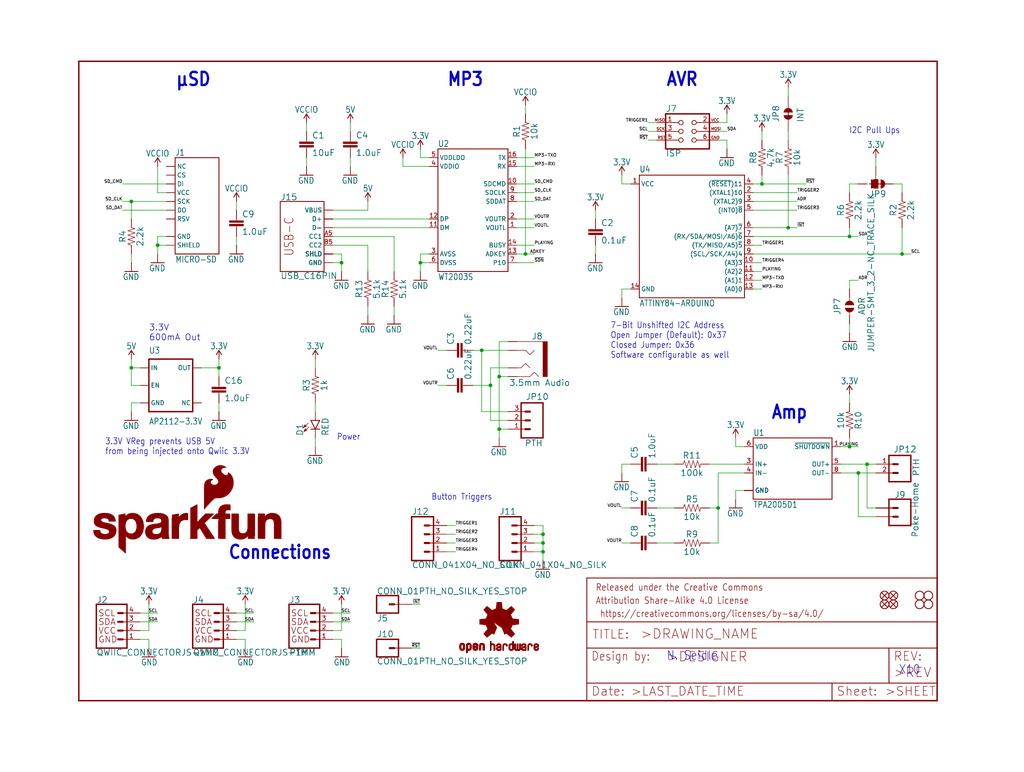
<source format=kicad_sch>
(kicad_sch (version 20211123) (generator eeschema)
  (paper "User" 297.002 223.926)
  (lib_symbols
    (symbol "eagleSchem-eagle-import:0.1UF-0603-25V-(+80{slash}-20%)"
      (property "Reference" "C" (at 1.524 2.921 0))
      (property "Value" "0.1UF-0603-25V-(+80{slash}-20%)" (at 1.524 -2.159 0))
      (symbol "0.1UF-0603-25V-(+80{slash}-20%)_1_0"
        (pin passive line (at 0 5.08 270) (length 2.54) (name "1") (number "1"))
        (pin passive line (at 0 -2.54 90) (length 2.54) (name "2") (number "2"))
      )
    )
    (symbol "eagleSchem-eagle-import:0.22UF-0603-25V-10%"
      (property "Reference" "C" (at 1.524 2.921 0))
      (property "Value" "0.22UF-0603-25V-10%" (at 1.524 -2.159 0))
      (symbol "0.22UF-0603-25V-10%_1_0"
        (pin passive line (at 0 5.08 270) (length 2.54) (name "1") (number "1"))
        (pin passive line (at 0 -2.54 90) (length 2.54) (name "2") (number "2"))
      )
    )
    (symbol "eagleSchem-eagle-import:1.0UF-0603-16V-10%"
      (property "Reference" "C" (at 1.524 2.921 0))
      (property "Value" "1.0UF-0603-16V-10%" (at 1.524 -2.159 0))
      (symbol "1.0UF-0603-16V-10%_1_0"
        (pin passive line (at 0 5.08 270) (length 2.54) (name "1") (number "1"))
        (pin passive line (at 0 -2.54 90) (length 2.54) (name "2") (number "2"))
      )
    )
    (symbol "eagleSchem-eagle-import:100KOHM-0603-1{slash}10W-1%"
      (property "Reference" "R" (at 0 1.524 0))
      (property "Value" "100KOHM-0603-1{slash}10W-1%" (at 0 -1.524 0))
      (symbol "100KOHM-0603-1{slash}10W-1%_1_0"
        (pin passive line (at -5.08 0 0) (length 2.54) (name "1") (number "1"))
        (pin passive line (at 5.08 0 180) (length 2.54) (name "2") (number "2"))
      )
    )
    (symbol "eagleSchem-eagle-import:10KOHM-0603-1{slash}10W-1%"
      (property "Reference" "R" (at 0 1.524 0))
      (property "Value" "10KOHM-0603-1{slash}10W-1%" (at 0 -1.524 0))
      (symbol "10KOHM-0603-1{slash}10W-1%_1_0"
        (pin passive line (at -5.08 0 0) (length 2.54) (name "1") (number "1"))
        (pin passive line (at 5.08 0 180) (length 2.54) (name "2") (number "2"))
      )
    )
    (symbol "eagleSchem-eagle-import:10UF-0603-6.3V-20%"
      (property "Reference" "C" (at 1.524 2.921 0))
      (property "Value" "10UF-0603-6.3V-20%" (at 1.524 -2.159 0))
      (symbol "10UF-0603-6.3V-20%_1_0"
        (pin passive line (at 0 5.08 270) (length 2.54) (name "1") (number "1"))
        (pin passive line (at 0 -2.54 90) (length 2.54) (name "2") (number "2"))
      )
    )
    (symbol "eagleSchem-eagle-import:1KOHM-0603-1{slash}10W-1%"
      (property "Reference" "R" (at 0 1.524 0))
      (property "Value" "1KOHM-0603-1{slash}10W-1%" (at 0 -1.524 0))
      (symbol "1KOHM-0603-1{slash}10W-1%_1_0"
        (pin passive line (at -5.08 0 0) (length 2.54) (name "1") (number "1"))
        (pin passive line (at 5.08 0 180) (length 2.54) (name "2") (number "2"))
      )
    )
    (symbol "eagleSchem-eagle-import:2.2KOHM-0603-1{slash}10W-1%"
      (property "Reference" "R" (at 0 1.524 0))
      (property "Value" "2.2KOHM-0603-1{slash}10W-1%" (at 0 -1.524 0))
      (symbol "2.2KOHM-0603-1{slash}10W-1%_1_0"
        (pin passive line (at -5.08 0 0) (length 2.54) (name "1") (number "1"))
        (pin passive line (at 5.08 0 180) (length 2.54) (name "2") (number "2"))
      )
    )
    (symbol "eagleSchem-eagle-import:3.3V" (power)
      (property "Value" "3.3V" (at 0 2.794 0))
      (symbol "3.3V_1_0"
        (pin power_in line (at 0 0 90) (length 2.54) (name "3.3V") (number "1"))
      )
    )
    (symbol "eagleSchem-eagle-import:4.7KOHM-0603-1{slash}10W-1%"
      (property "Reference" "R" (at 0 1.524 0))
      (property "Value" "4.7KOHM-0603-1{slash}10W-1%" (at 0 -1.524 0))
      (symbol "4.7KOHM-0603-1{slash}10W-1%_1_0"
        (pin passive line (at -5.08 0 0) (length 2.54) (name "1") (number "1"))
        (pin passive line (at 5.08 0 180) (length 2.54) (name "2") (number "2"))
      )
    )
    (symbol "eagleSchem-eagle-import:5.1KOHM5.1KOHM-0603-1{slash}10W-1%"
      (property "Reference" "R" (at 0 1.524 0))
      (property "Value" "5.1KOHM5.1KOHM-0603-1{slash}10W-1%" (at 0 -1.524 0))
      (symbol "5.1KOHM5.1KOHM-0603-1{slash}10W-1%_1_0"
        (pin passive line (at -5.08 0 0) (length 2.54) (name "1") (number "1"))
        (pin passive line (at 5.08 0 180) (length 2.54) (name "2") (number "2"))
      )
    )
    (symbol "eagleSchem-eagle-import:5V" (power)
      (property "Value" "5V" (at 0 2.794 0))
      (symbol "5V_1_0"
        (pin power_in line (at 0 0 90) (length 2.54) (name "5V") (number "1"))
      )
    )
    (symbol "eagleSchem-eagle-import:ATTINY84-ARDUINO"
      (property "Reference" "U" (at -15.24 18.542 0))
      (property "Value" "ATTINY84-ARDUINO" (at -15.24 -20.32 0))
      (symbol "ATTINY84-ARDUINO_1_0"
        (pin bidirectional line (at -17.78 15.24 0) (length 2.54) (name "VCC") (number "1"))
        (pin bidirectional line (at 17.78 -7.62 180) (length 2.54) (name "(A3)3") (number "10"))
        (pin bidirectional line (at 17.78 -10.16 180) (length 2.54) (name "(A2)2") (number "11"))
        (pin bidirectional line (at 17.78 -12.7 180) (length 2.54) (name "(A1)1") (number "12"))
        (pin bidirectional line (at 17.78 -15.24 180) (length 2.54) (name "(A0)0") (number "13"))
        (pin bidirectional line (at -17.78 -15.24 0) (length 2.54) (name "GND") (number "14"))
        (pin bidirectional line (at 17.78 12.7 180) (length 2.54) (name "(XTAL1)10") (number "2"))
        (pin bidirectional line (at 17.78 10.16 180) (length 2.54) (name "(XTAL2)9") (number "3"))
        (pin bidirectional line (at 17.78 15.24 180) (length 2.54) (name "(~{RESET})11") (number "4"))
        (pin bidirectional line (at 17.78 7.62 180) (length 2.54) (name "(INT0)~{8}") (number "5"))
        (pin bidirectional line (at 17.78 2.54 180) (length 2.54) (name "(A7)~{7}") (number "6"))
        (pin bidirectional line (at 17.78 0 180) (length 2.54) (name "(RX/SDA/MOSI/A6)~{6}") (number "7"))
        (pin bidirectional line (at 17.78 -2.54 180) (length 2.54) (name "(TX/MISO/A5)~{5}") (number "8"))
        (pin bidirectional line (at 17.78 -5.08 180) (length 2.54) (name "(SCL/SCK/A4)4") (number "9"))
      )
    )
    (symbol "eagleSchem-eagle-import:AUDIO_JACK_TRRSSMD_RA"
      (property "Reference" "J" (at -5.08 5.588 0))
      (property "Value" "AUDIO_JACK_TRRSSMD_RA" (at -5.08 -7.62 0))
      (symbol "AUDIO_JACK_TRRSSMD_RA_1_0"
        (pin bidirectional line (at 5.08 5.08 180) (length 2.54) (name "EARTH") (number "EARTH"))
        (pin bidirectional line (at 5.08 2.54 180) (length 2.54) (name "RING1") (number "RING1"))
        (pin bidirectional line (at 5.08 -5.08 180) (length 2.54) (name "RING2") (number "RING2"))
        (pin bidirectional line (at 5.08 -2.54 180) (length 2.54) (name "TIP") (number "TIP"))
      )
    )
    (symbol "eagleSchem-eagle-import:AVR_SPI_PROG_3X2TESTPOINTS"
      (property "Reference" "J" (at -5.08 5.588 0))
      (property "Value" "AVR_SPI_PROG_3X2TESTPOINTS" (at -5.08 -7.366 0))
      (symbol "AVR_SPI_PROG_3X2TESTPOINTS_1_0"
        (text "GND" (at 8.001 -2.286 0) (effects (font (size 0.8128 0.8128)) (justify left bottom)))
        (text "MISO" (at -5.207 2.794 0) (effects (font (size 0.8128 0.8128)) (justify right bottom)))
        (text "MOSI" (at 8.001 0.254 0) (effects (font (size 0.8128 0.8128)) (justify left bottom)))
        (text "RST" (at -5.08 -2.286 0) (effects (font (size 0.8128 0.8128)) (justify right bottom)))
        (text "SCK" (at -5.207 0.254 0) (effects (font (size 0.8128 0.8128)) (justify right bottom)))
        (text "VCC" (at 8.001 2.794 0) (effects (font (size 0.8128 0.8128)) (justify left bottom)))
        (pin passive inverted (at -7.62 2.54 0) (length 7.62) (name "1") (number "1"))
        (pin passive inverted (at 10.16 2.54 180) (length 7.62) (name "2") (number "2"))
        (pin passive inverted (at -7.62 0 0) (length 7.62) (name "3") (number "3"))
        (pin passive inverted (at 10.16 0 180) (length 7.62) (name "4") (number "4"))
        (pin passive inverted (at -7.62 -2.54 0) (length 7.62) (name "5") (number "5"))
        (pin passive inverted (at 10.16 -2.54 180) (length 7.62) (name "6") (number "6"))
      )
    )
    (symbol "eagleSchem-eagle-import:CONN_01PTH_NO_SILK_YES_STOP"
      (property "Reference" "J" (at -2.54 3.048 0))
      (property "Value" "CONN_01PTH_NO_SILK_YES_STOP" (at -2.54 -4.826 0))
      (symbol "CONN_01PTH_NO_SILK_YES_STOP_1_0"
        (pin passive line (at 7.62 0 180) (length 5.08) (name "1") (number "1"))
      )
    )
    (symbol "eagleSchem-eagle-import:CONN_021X02_NO_SILK"
      (property "Reference" "J" (at -2.54 5.588 0))
      (property "Value" "CONN_021X02_NO_SILK" (at -2.54 -4.826 0))
      (symbol "CONN_021X02_NO_SILK_1_0"
        (pin passive line (at 7.62 0 180) (length 5.08) (name "1") (number "1"))
        (pin passive line (at 7.62 2.54 180) (length 5.08) (name "2") (number "2"))
      )
    )
    (symbol "eagleSchem-eagle-import:CONN_02SMALL_POKEHOME"
      (property "Reference" "J" (at -2.54 5.588 0))
      (property "Value" "CONN_02SMALL_POKEHOME" (at -2.54 -4.826 0))
      (symbol "CONN_02SMALL_POKEHOME_1_0"
        (pin passive line (at 7.62 0 180) (length 5.08) (name "1") (number "P1"))
        (pin passive line (at 7.62 2.54 180) (length 5.08) (name "2") (number "P2"))
        (pin passive line (at 7.62 0 180) (length 5.08) (name "1") (number "P3"))
        (pin passive line (at 7.62 2.54 180) (length 5.08) (name "2") (number "P4"))
      )
    )
    (symbol "eagleSchem-eagle-import:CONN_031X03_NO_SILK"
      (property "Reference" "J" (at -2.54 5.588 0))
      (property "Value" "CONN_031X03_NO_SILK" (at -2.54 -7.366 0))
      (symbol "CONN_031X03_NO_SILK_1_0"
        (pin passive line (at 7.62 -2.54 180) (length 5.08) (name "1") (number "1"))
        (pin passive line (at 7.62 0 180) (length 5.08) (name "2") (number "2"))
        (pin passive line (at 7.62 2.54 180) (length 5.08) (name "3") (number "3"))
      )
    )
    (symbol "eagleSchem-eagle-import:CONN_041X04_NO_SILK"
      (property "Reference" "J" (at -5.08 8.128 0))
      (property "Value" "CONN_041X04_NO_SILK" (at -5.08 -7.366 0))
      (symbol "CONN_041X04_NO_SILK_1_0"
        (pin passive line (at 5.08 -2.54 180) (length 5.08) (name "1") (number "1"))
        (pin passive line (at 5.08 0 180) (length 5.08) (name "2") (number "2"))
        (pin passive line (at 5.08 2.54 180) (length 5.08) (name "3") (number "3"))
        (pin passive line (at 5.08 5.08 180) (length 5.08) (name "4") (number "4"))
      )
    )
    (symbol "eagleSchem-eagle-import:FIDUCIALUFIDUCIAL")
    (symbol "eagleSchem-eagle-import:FRAME-LETTER"
      (symbol "FRAME-LETTER_2_0"
        (text " https://creativecommons.org/licenses/by-sa/4.0/" (at 2.54 24.13 0) (effects (font (size 1.9304 1.6408)) (justify left bottom)))
        (text ">DESIGNER" (at 23.114 11.176 0) (effects (font (size 2.7432 2.7432)) (justify left bottom)))
        (text ">DRAWING_NAME" (at 15.494 17.78 0) (effects (font (size 2.7432 2.7432)) (justify left bottom)))
        (text ">LAST_DATE_TIME" (at 12.7 1.27 0) (effects (font (size 2.54 2.54)) (justify left bottom)))
        (text ">REV" (at 88.9 6.604 0) (effects (font (size 2.7432 2.7432)) (justify left bottom)))
        (text ">SHEET" (at 86.36 1.27 0) (effects (font (size 2.54 2.54)) (justify left bottom)))
        (text "Attribution Share-Alike 4.0 License" (at 2.54 27.94 0) (effects (font (size 1.9304 1.6408)) (justify left bottom)))
        (text "Date:" (at 1.27 1.27 0) (effects (font (size 2.54 2.54)) (justify left bottom)))
        (text "Design by:" (at 1.27 11.43 0) (effects (font (size 2.54 2.159)) (justify left bottom)))
        (text "Released under the Creative Commons" (at 2.54 31.75 0) (effects (font (size 1.9304 1.6408)) (justify left bottom)))
        (text "REV:" (at 88.9 11.43 0) (effects (font (size 2.54 2.54)) (justify left bottom)))
        (text "Sheet:" (at 72.39 1.27 0) (effects (font (size 2.54 2.54)) (justify left bottom)))
        (text "TITLE:" (at 1.524 17.78 0) (effects (font (size 2.54 2.54)) (justify left bottom)))
      )
    )
    (symbol "eagleSchem-eagle-import:GND" (power)
      (property "Value" "GND" (at 0 -0.254 0))
      (symbol "GND_1_0"
        (pin power_in line (at 0 2.54 270) (length 2.54) (name "GND") (number "1"))
      )
    )
    (symbol "eagleSchem-eagle-import:I2C_STANDARD_NO_SILK"
      (property "Reference" "J" (at -5.08 7.874 0))
      (property "Value" "I2C_STANDARD_NO_SILK" (at -5.08 -5.334 0))
      (symbol "I2C_STANDARD_NO_SILK_1_0"
        (text "GND" (at -4.572 -2.54 0) (effects (font (size 1.778 1.778)) (justify left)))
        (text "SCL" (at -4.572 5.08 0) (effects (font (size 1.778 1.778)) (justify left)))
        (text "SDA" (at -4.572 2.54 0) (effects (font (size 1.778 1.778)) (justify left)))
        (text "VCC" (at -4.572 0 0) (effects (font (size 1.778 1.778)) (justify left)))
        (pin power_in line (at 7.62 -2.54 180) (length 5.08) (name "GND") (number "1"))
        (pin power_in line (at 7.62 0 180) (length 5.08) (name "VCC") (number "2"))
        (pin passive line (at 7.62 2.54 180) (length 5.08) (name "SDA") (number "3"))
        (pin passive line (at 7.62 5.08 180) (length 5.08) (name "SCL") (number "4"))
      )
    )
    (symbol "eagleSchem-eagle-import:JUMPER-SMT_2_NC_TRACE_SILK"
      (property "Reference" "JP" (at -2.54 2.54 0))
      (property "Value" "JUMPER-SMT_2_NC_TRACE_SILK" (at -2.54 -2.54 0))
      (symbol "JUMPER-SMT_2_NC_TRACE_SILK_1_0"
        (pin passive line (at -5.08 0 0) (length 2.54) (name "1") (number "1"))
        (pin passive line (at 5.08 0 180) (length 2.54) (name "2") (number "2"))
      )
    )
    (symbol "eagleSchem-eagle-import:JUMPER-SMT_2_NO_SILK"
      (property "Reference" "JP" (at -2.54 2.54 0))
      (property "Value" "JUMPER-SMT_2_NO_SILK" (at -2.54 -2.54 0))
      (symbol "JUMPER-SMT_2_NO_SILK_1_0"
        (pin passive line (at -5.08 0 0) (length 2.54) (name "1") (number "1"))
        (pin passive line (at 5.08 0 180) (length 2.54) (name "2") (number "2"))
      )
    )
    (symbol "eagleSchem-eagle-import:JUMPER-SMT_3_2-NC_TRACE_SILK"
      (property "Reference" "JP" (at 2.54 0.381 0))
      (property "Value" "JUMPER-SMT_3_2-NC_TRACE_SILK" (at 2.54 -0.381 0))
      (symbol "JUMPER-SMT_3_2-NC_TRACE_SILK_1_0"
        (pin passive line (at 0 5.08 270) (length 2.54) (name "1") (number "1"))
        (pin passive line (at -5.08 0 0) (length 2.54) (name "2") (number "2"))
        (pin passive line (at 0 -5.08 90) (length 2.54) (name "3") (number "3"))
      )
    )
    (symbol "eagleSchem-eagle-import:LED-RED0603"
      (property "Reference" "D" (at -3.429 -4.572 90))
      (property "Value" "LED-RED0603" (at 1.905 -4.572 90))
      (symbol "LED-RED0603_1_0"
        (pin passive line (at 0 2.54 270) (length 2.54) (name "A") (number "A"))
        (pin passive line (at 0 -5.08 90) (length 2.54) (name "C") (number "C"))
      )
    )
    (symbol "eagleSchem-eagle-import:MICRO-SD_CARD_SOCKETPUSH-PUSH"
      (property "Reference" "J" (at -5.08 15.748 0))
      (property "Value" "MICRO-SD_CARD_SOCKETPUSH-PUSH" (at -5.08 -15.24 0))
      (symbol "MICRO-SD_CARD_SOCKETPUSH-PUSH_1_0"
        (pin bidirectional line (at -7.62 -10.16 0) (length 2.54) (name "SHIELD") (number "CD1"))
        (pin bidirectional line (at -7.62 10.16 0) (length 2.54) (name "CS") (number "CS"))
        (pin bidirectional line (at -7.62 7.62 0) (length 2.54) (name "DI") (number "DI"))
        (pin bidirectional line (at -7.62 0 0) (length 2.54) (name "DO") (number "DO"))
        (pin bidirectional line (at -7.62 -7.62 0) (length 2.54) (name "GND") (number "GND"))
        (pin bidirectional line (at -7.62 -2.54 0) (length 2.54) (name "RSV") (number "RSV1"))
        (pin bidirectional line (at -7.62 12.7 0) (length 2.54) (name "NC") (number "RSV2"))
        (pin bidirectional line (at -7.62 2.54 0) (length 2.54) (name "SCK") (number "SCLK"))
        (pin bidirectional line (at -7.62 5.08 0) (length 2.54) (name "VCC") (number "VCC"))
      )
    )
    (symbol "eagleSchem-eagle-import:OSHW-LOGOMINI")
    (symbol "eagleSchem-eagle-import:QWIIC_CONNECTORJS-1MM"
      (property "Reference" "J" (at -5.08 7.874 0))
      (property "Value" "QWIIC_CONNECTORJS-1MM" (at -5.08 -5.334 0))
      (symbol "QWIIC_CONNECTORJS-1MM_1_0"
        (text "GND" (at -4.572 -2.54 0) (effects (font (size 1.778 1.778)) (justify left)))
        (text "SCL" (at -4.572 5.08 0) (effects (font (size 1.778 1.778)) (justify left)))
        (text "SDA" (at -4.572 2.54 0) (effects (font (size 1.778 1.778)) (justify left)))
        (text "VCC" (at -4.572 0 0) (effects (font (size 1.778 1.778)) (justify left)))
        (pin power_in line (at 7.62 -2.54 180) (length 5.08) (name "1") (number "1"))
        (pin power_in line (at 7.62 0 180) (length 5.08) (name "2") (number "2"))
        (pin passive line (at 7.62 2.54 180) (length 5.08) (name "3") (number "3"))
        (pin passive line (at 7.62 5.08 180) (length 5.08) (name "4") (number "4"))
      )
    )
    (symbol "eagleSchem-eagle-import:SFE_LOGO_NAME.1_INCH")
    (symbol "eagleSchem-eagle-import:SFE_LOGO_NAME_FLAME.1_INCH")
    (symbol "eagleSchem-eagle-import:STAND-OFF")
    (symbol "eagleSchem-eagle-import:TPA2005D1DRB"
      (property "Reference" "U" (at -10.16 8.128 0))
      (property "Value" "TPA2005D1DRB" (at -10.16 -12.7 0))
      (symbol "TPA2005D1DRB_1_0"
        (pin input line (at 15.24 5.08 180) (length 2.54) (name "~{SHUTDOWN}") (number "1"))
        (pin power_in line (at -12.7 -7.62 0) (length 2.54) (name "GND") (number "10"))
        (pin power_in line (at -12.7 -7.62 0) (length 2.54) (name "GND") (number "11"))
        (pin power_in line (at -12.7 -7.62 0) (length 2.54) (name "GND") (number "12"))
        (pin power_in line (at -12.7 -7.62 0) (length 2.54) (name "GND") (number "13"))
        (pin bidirectional line (at -12.7 0 0) (length 2.54) (name "IN+") (number "3"))
        (pin bidirectional line (at -12.7 -2.54 0) (length 2.54) (name "IN-") (number "4"))
        (pin bidirectional line (at 15.24 0 180) (length 2.54) (name "OUT+") (number "5"))
        (pin power_in line (at -12.7 5.08 0) (length 2.54) (name "VDD") (number "6"))
        (pin power_in line (at -12.7 -7.62 0) (length 2.54) (name "GND") (number "7"))
        (pin bidirectional line (at 15.24 -2.54 180) (length 2.54) (name "OUT-") (number "8"))
        (pin power_in line (at -12.7 -7.62 0) (length 2.54) (name "GND") (number "9"))
      )
    )
    (symbol "eagleSchem-eagle-import:USB_C16PIN"
      (property "Reference" "J" (at -2.54 10.414 0))
      (property "Value" "USB_C16PIN" (at -2.54 -12.446 0))
      (symbol "USB_C16PIN_1_0"
        (text "USB-C" (at 0 0 900) (effects (font (size 2.54 2.159))))
        (pin bidirectional line (at 12.7 0 180) (length 2.54) (name "CC1") (number "A5"))
        (pin bidirectional line (at 12.7 5.08 180) (length 2.54) (name "D+") (number "A6"))
        (pin bidirectional line (at 12.7 2.54 180) (length 2.54) (name "D-") (number "A7"))
        (pin bidirectional line (at 12.7 -2.54 180) (length 2.54) (name "CC2") (number "B5"))
        (pin bidirectional line (at 12.7 5.08 180) (length 2.54) (name "D+") (number "B6"))
        (pin bidirectional line (at 12.7 2.54 180) (length 2.54) (name "D-") (number "B7"))
        (pin bidirectional line (at 12.7 -7.62 180) (length 2.54) (name "GND") (number "GND"))
        (pin bidirectional line (at 12.7 -7.62 180) (length 2.54) (name "GND") (number "GND2"))
        (pin bidirectional line (at 12.7 -5.08 180) (length 2.54) (name "SHLD") (number "SHLD1"))
        (pin bidirectional line (at 12.7 -5.08 180) (length 2.54) (name "SHLD") (number "SHLD2"))
        (pin bidirectional line (at 12.7 -5.08 180) (length 2.54) (name "SHLD") (number "SHLD3"))
        (pin bidirectional line (at 12.7 -5.08 180) (length 2.54) (name "SHLD") (number "SHLD4"))
        (pin bidirectional line (at 12.7 -5.08 180) (length 2.54) (name "SHLD") (number "SHLD5"))
        (pin bidirectional line (at 12.7 -5.08 180) (length 2.54) (name "SHLD") (number "SHLD6"))
        (pin bidirectional line (at 12.7 -5.08 180) (length 2.54) (name "SHLD") (number "SHLD7"))
        (pin bidirectional line (at 12.7 -5.08 180) (length 2.54) (name "SHLD") (number "SHLD8"))
        (pin bidirectional line (at 12.7 7.62 180) (length 2.54) (name "VBUS") (number "VBUS1"))
        (pin bidirectional line (at 12.7 7.62 180) (length 2.54) (name "VBUS") (number "VBUS2"))
      )
    )
    (symbol "eagleSchem-eagle-import:VCCIO" (power)
      (property "Value" "VCCIO" (at 0 2.794 0))
      (symbol "VCCIO_1_0"
        (pin power_in line (at 0 0 90) (length 2.54) (name "VCCIO") (number "1"))
      )
    )
    (symbol "eagleSchem-eagle-import:V_REG_AP2112K-3.3V"
      (property "Reference" "U" (at -7.62 9.144 0))
      (property "Value" "V_REG_AP2112K-3.3V" (at -7.62 -11.43 0))
      (symbol "V_REG_AP2112K-3.3V_1_0"
        (pin input line (at -10.16 5.08 0) (length 2.54) (name "IN") (number "1"))
        (pin input line (at -10.16 -5.08 0) (length 2.54) (name "GND") (number "2"))
        (pin input line (at -10.16 0 0) (length 2.54) (name "EN") (number "3"))
        (pin input line (at 7.62 -5.08 180) (length 2.54) (name "NC") (number "4"))
        (pin passive line (at 7.62 5.08 180) (length 2.54) (name "OUT") (number "5"))
      )
    )
    (symbol "eagleSchem-eagle-import:WT2003S"
      (property "Reference" "U" (at -10.16 18.288 0))
      (property "Value" "WT2003S" (at -10.16 -20.32 0))
      (symbol "WT2003S_1_0"
        (pin bidirectional line (at 12.7 -5.08 180) (length 2.54) (name "VOUTL") (number "1"))
        (pin bidirectional line (at 12.7 7.62 180) (length 2.54) (name "SDCMD") (number "10"))
        (pin bidirectional line (at -12.7 -5.08 0) (length 2.54) (name "DM") (number "11"))
        (pin bidirectional line (at -12.7 -2.54 0) (length 2.54) (name "DP") (number "12"))
        (pin bidirectional line (at 12.7 -12.7 180) (length 2.54) (name "ADKEY") (number "13"))
        (pin bidirectional line (at 12.7 -10.16 180) (length 2.54) (name "BUSY") (number "14"))
        (pin bidirectional line (at 12.7 12.7 180) (length 2.54) (name "RX") (number "15"))
        (pin bidirectional line (at 12.7 15.24 180) (length 2.54) (name "TX") (number "16"))
        (pin bidirectional line (at 12.7 -2.54 180) (length 2.54) (name "VOUTR") (number "2"))
        (pin bidirectional line (at -12.7 -12.7 0) (length 2.54) (name "AVSS") (number "3"))
        (pin bidirectional line (at -12.7 12.7 0) (length 2.54) (name "VDDIO") (number "4"))
        (pin bidirectional line (at -12.7 15.24 0) (length 2.54) (name "VDDLDO") (number "5"))
        (pin bidirectional line (at -12.7 -15.24 0) (length 2.54) (name "DVSS") (number "6"))
        (pin bidirectional line (at 12.7 -15.24 180) (length 2.54) (name "P10") (number "7"))
        (pin bidirectional line (at 12.7 2.54 180) (length 2.54) (name "SDDAT") (number "8"))
        (pin bidirectional line (at 12.7 5.08 180) (length 2.54) (name "SDCLK") (number "9"))
      )
    )
  )
  (junction (at 144.78 124.46))
  (junction (at 142.24 111.76))
  (junction (at 121.92 76.2))
  (junction (at 251.46 134.62))
  (junction (at 157.48 157.48))
  (junction (at 99.06 76.2))
  (junction (at 208.28 147.32))
  (junction (at 246.38 129.54))
  (junction (at 139.7 101.6))
  (junction (at 220.98 53.34))
  (junction (at 261.62 73.66))
  (junction (at 45.72 71.12))
  (junction (at 248.92 137.16))
  (junction (at 38.1 58.42))
  (junction (at 157.48 160.02))
  (junction (at 157.48 154.94))
  (junction (at 152.4 73.66))
  (junction (at 144.78 109.22))
  (junction (at 228.6 66.04))
  (junction (at 63.5 106.68))
  (junction (at 38.1 106.68))
  (junction (at 246.38 68.58))
  (wire (pts (xy 129.54 111.76) (xy 127 111.76)))
  (wire (pts (xy 88.9 35.56) (xy 88.9 38.1)))
  (wire (pts (xy 190.5 40.64) (xy 187.96 40.64)))
  (wire (pts (xy 215.9 129.54) (xy 213.36 129.54)))
  (wire (pts (xy 254 137.16) (xy 248.92 137.16)))
  (wire (pts (xy 154.94 154.94) (xy 157.48 154.94)))
  (wire (pts (xy 43.18 182.88) (xy 43.18 175.26)))
  (wire (pts (xy 210.82 40.64) (xy 210.82 43.18)))
  (wire (pts (xy 45.72 71.12) (xy 45.72 73.66)))
  (wire (pts (xy 208.28 157.48) (xy 208.28 147.32)))
  (wire (pts (xy 147.32 124.46) (xy 144.78 124.46)))
  (wire (pts (xy 68.58 180.34) (xy 73.66 180.34)))
  (wire (pts (xy 124.46 76.2) (xy 121.92 76.2)))
  (wire (pts (xy 157.48 157.48) (xy 157.48 160.02)))
  (wire (pts (xy 246.38 83.82) (xy 246.38 81.28)))
  (wire (pts (xy 142.24 106.68) (xy 142.24 111.76)))
  (wire (pts (xy 210.82 33.02) (xy 210.82 35.56)))
  (wire (pts (xy 182.88 134.62) (xy 180.34 134.62)))
  (wire (pts (xy 121.92 45.72) (xy 121.92 43.18)))
  (wire (pts (xy 182.88 157.48) (xy 180.34 157.48)))
  (wire (pts (xy 63.5 119.38) (xy 63.5 116.84)))
  (wire (pts (xy 218.44 53.34) (xy 220.98 53.34)))
  (wire (pts (xy 68.58 182.88) (xy 71.12 182.88)))
  (wire (pts (xy 71.12 182.88) (xy 71.12 175.26)))
  (wire (pts (xy 218.44 60.96) (xy 231.14 60.96)))
  (wire (pts (xy 45.72 55.88) (xy 45.72 48.26)))
  (wire (pts (xy 149.86 58.42) (xy 154.94 58.42)))
  (wire (pts (xy 114.3 68.58) (xy 114.3 78.74)))
  (wire (pts (xy 195.58 157.48) (xy 190.5 157.48)))
  (wire (pts (xy 96.52 68.58) (xy 114.3 68.58)))
  (wire (pts (xy 147.32 106.68) (xy 142.24 106.68)))
  (wire (pts (xy 218.44 76.2) (xy 220.98 76.2)))
  (wire (pts (xy 101.6 48.26) (xy 101.6 45.72)))
  (wire (pts (xy 48.26 68.58) (xy 45.72 68.58)))
  (wire (pts (xy 147.32 101.6) (xy 139.7 101.6)))
  (wire (pts (xy 215.9 137.16) (xy 208.28 137.16)))
  (wire (pts (xy 91.44 119.38) (xy 91.44 116.84)))
  (wire (pts (xy 190.5 134.62) (xy 195.58 134.62)))
  (wire (pts (xy 149.86 63.5) (xy 154.94 63.5)))
  (wire (pts (xy 246.38 127) (xy 246.38 129.54)))
  (wire (pts (xy 147.32 119.38) (xy 139.7 119.38)))
  (wire (pts (xy 218.44 73.66) (xy 261.62 73.66)))
  (wire (pts (xy 121.92 73.66) (xy 121.92 76.2)))
  (wire (pts (xy 63.5 106.68) (xy 58.42 106.68)))
  (wire (pts (xy 208.28 40.64) (xy 210.82 40.64)))
  (wire (pts (xy 40.64 185.42) (xy 43.18 185.42)))
  (wire (pts (xy 38.1 76.2) (xy 38.1 73.66)))
  (wire (pts (xy 248.92 137.16) (xy 243.84 137.16)))
  (wire (pts (xy 246.38 66.04) (xy 246.38 68.58)))
  (wire (pts (xy 246.38 114.3) (xy 246.38 116.84)))
  (wire (pts (xy 96.52 60.96) (xy 106.68 60.96)))
  (wire (pts (xy 144.78 124.46) (xy 144.78 109.22)))
  (wire (pts (xy 195.58 147.32) (xy 190.5 147.32)))
  (wire (pts (xy 243.84 134.62) (xy 251.46 134.62)))
  (wire (pts (xy 205.74 157.48) (xy 208.28 157.48)))
  (wire (pts (xy 261.62 66.04) (xy 261.62 73.66)))
  (wire (pts (xy 63.5 106.68) (xy 63.5 109.22)))
  (wire (pts (xy 149.86 76.2) (xy 154.94 76.2)))
  (wire (pts (xy 152.4 73.66) (xy 154.94 73.66)))
  (wire (pts (xy 99.06 76.2) (xy 99.06 78.74)))
  (wire (pts (xy 114.3 91.44) (xy 114.3 88.9)))
  (wire (pts (xy 220.98 53.34) (xy 220.98 50.8)))
  (wire (pts (xy 149.86 48.26) (xy 154.94 48.26)))
  (wire (pts (xy 157.48 152.4) (xy 157.48 154.94)))
  (wire (pts (xy 261.62 73.66) (xy 264.16 73.66)))
  (wire (pts (xy 40.64 180.34) (xy 45.72 180.34)))
  (wire (pts (xy 218.44 83.82) (xy 220.98 83.82)))
  (wire (pts (xy 45.72 68.58) (xy 45.72 71.12)))
  (wire (pts (xy 149.86 73.66) (xy 152.4 73.66)))
  (wire (pts (xy 48.26 71.12) (xy 45.72 71.12)))
  (wire (pts (xy 228.6 66.04) (xy 231.14 66.04)))
  (wire (pts (xy 116.84 48.26) (xy 116.84 45.72)))
  (wire (pts (xy 129.54 101.6) (xy 127 101.6)))
  (wire (pts (xy 152.4 73.66) (xy 152.4 43.18)))
  (wire (pts (xy 190.5 38.1) (xy 187.96 38.1)))
  (wire (pts (xy 182.88 83.82) (xy 180.34 83.82)))
  (wire (pts (xy 96.52 76.2) (xy 99.06 76.2)))
  (wire (pts (xy 208.28 147.32) (xy 205.74 147.32)))
  (wire (pts (xy 205.74 134.62) (xy 215.9 134.62)))
  (wire (pts (xy 228.6 25.4) (xy 228.6 27.94)))
  (wire (pts (xy 154.94 160.02) (xy 157.48 160.02)))
  (wire (pts (xy 149.86 71.12) (xy 154.94 71.12)))
  (wire (pts (xy 142.24 121.92) (xy 142.24 111.76)))
  (wire (pts (xy 99.06 185.42) (xy 99.06 187.96)))
  (wire (pts (xy 101.6 35.56) (xy 101.6 38.1)))
  (wire (pts (xy 68.58 71.12) (xy 68.58 68.58)))
  (wire (pts (xy 218.44 55.88) (xy 231.14 55.88)))
  (wire (pts (xy 172.72 71.12) (xy 172.72 73.66)))
  (wire (pts (xy 251.46 147.32) (xy 254 147.32)))
  (wire (pts (xy 180.34 83.82) (xy 180.34 86.36)))
  (wire (pts (xy 96.52 180.34) (xy 101.6 180.34)))
  (wire (pts (xy 71.12 185.42) (xy 71.12 187.96)))
  (wire (pts (xy 137.16 111.76) (xy 142.24 111.76)))
  (wire (pts (xy 218.44 71.12) (xy 220.98 71.12)))
  (wire (pts (xy 124.46 48.26) (xy 116.84 48.26)))
  (wire (pts (xy 218.44 66.04) (xy 228.6 66.04)))
  (wire (pts (xy 261.62 53.34) (xy 261.62 55.88)))
  (wire (pts (xy 152.4 30.48) (xy 152.4 33.02)))
  (wire (pts (xy 246.38 93.98) (xy 246.38 96.52)))
  (wire (pts (xy 48.26 60.96) (xy 35.56 60.96)))
  (wire (pts (xy 137.16 101.6) (xy 139.7 101.6)))
  (wire (pts (xy 129.54 160.02) (xy 132.08 160.02)))
  (wire (pts (xy 129.54 154.94) (xy 132.08 154.94)))
  (wire (pts (xy 254 48.26) (xy 254 45.72)))
  (wire (pts (xy 68.58 58.42) (xy 68.58 60.96)))
  (wire (pts (xy 40.64 177.8) (xy 45.72 177.8)))
  (wire (pts (xy 96.52 63.5) (xy 124.46 63.5)))
  (wire (pts (xy 251.46 134.62) (xy 254 134.62)))
  (wire (pts (xy 96.52 185.42) (xy 99.06 185.42)))
  (wire (pts (xy 124.46 45.72) (xy 121.92 45.72)))
  (wire (pts (xy 218.44 58.42) (xy 231.14 58.42)))
  (wire (pts (xy 91.44 129.54) (xy 91.44 127)))
  (wire (pts (xy 149.86 53.34) (xy 154.94 53.34)))
  (wire (pts (xy 157.48 160.02) (xy 157.48 162.56)))
  (wire (pts (xy 99.06 73.66) (xy 99.06 76.2)))
  (wire (pts (xy 220.98 81.28) (xy 218.44 81.28)))
  (wire (pts (xy 213.36 129.54) (xy 213.36 127)))
  (wire (pts (xy 38.1 106.68) (xy 40.64 106.68)))
  (wire (pts (xy 218.44 68.58) (xy 246.38 68.58)))
  (wire (pts (xy 48.26 55.88) (xy 45.72 55.88)))
  (wire (pts (xy 180.34 134.62) (xy 180.34 137.16)))
  (wire (pts (xy 180.34 53.34) (xy 180.34 50.8)))
  (wire (pts (xy 208.28 35.56) (xy 210.82 35.56)))
  (wire (pts (xy 106.68 60.96) (xy 106.68 58.42)))
  (wire (pts (xy 68.58 185.42) (xy 71.12 185.42)))
  (wire (pts (xy 144.78 109.22) (xy 147.32 109.22)))
  (wire (pts (xy 147.32 99.06) (xy 144.78 99.06)))
  (wire (pts (xy 38.1 104.14) (xy 38.1 106.68)))
  (wire (pts (xy 208.28 38.1) (xy 210.82 38.1)))
  (wire (pts (xy 213.36 142.24) (xy 213.36 144.78)))
  (wire (pts (xy 182.88 147.32) (xy 180.34 147.32)))
  (wire (pts (xy 149.86 66.04) (xy 154.94 66.04)))
  (wire (pts (xy 172.72 63.5) (xy 172.72 60.96)))
  (wire (pts (xy 40.64 182.88) (xy 43.18 182.88)))
  (wire (pts (xy 154.94 152.4) (xy 157.48 152.4)))
  (wire (pts (xy 99.06 182.88) (xy 99.06 175.26)))
  (wire (pts (xy 68.58 177.8) (xy 73.66 177.8)))
  (wire (pts (xy 144.78 99.06) (xy 144.78 109.22)))
  (wire (pts (xy 246.38 68.58) (xy 248.92 68.58)))
  (wire (pts (xy 190.5 35.56) (xy 187.96 35.56)))
  (wire (pts (xy 220.98 53.34) (xy 233.68 53.34)))
  (wire (pts (xy 96.52 182.88) (xy 99.06 182.88)))
  (wire (pts (xy 144.78 127) (xy 144.78 124.46)))
  (wire (pts (xy 63.5 106.68) (xy 63.5 104.14)))
  (wire (pts (xy 248.92 149.86) (xy 248.92 137.16)))
  (wire (pts (xy 246.38 81.28) (xy 248.92 81.28)))
  (wire (pts (xy 129.54 157.48) (xy 132.08 157.48)))
  (wire (pts (xy 248.92 129.54) (xy 246.38 129.54)))
  (wire (pts (xy 220.98 40.64) (xy 220.98 38.1)))
  (wire (pts (xy 251.46 134.62) (xy 251.46 147.32)))
  (wire (pts (xy 218.44 78.74) (xy 220.98 78.74)))
  (wire (pts (xy 38.1 111.76) (xy 38.1 106.68)))
  (wire (pts (xy 246.38 53.34) (xy 246.38 55.88)))
  (wire (pts (xy 96.52 66.04) (xy 124.46 66.04)))
  (wire (pts (xy 157.48 154.94) (xy 157.48 157.48)))
  (wire (pts (xy 182.88 53.34) (xy 180.34 53.34)))
  (wire (pts (xy 147.32 121.92) (xy 142.24 121.92)))
  (wire (pts (xy 48.26 58.42) (xy 38.1 58.42)))
  (wire (pts (xy 119.38 187.96) (xy 121.92 187.96)))
  (wire (pts (xy 139.7 119.38) (xy 139.7 101.6)))
  (wire (pts (xy 38.1 63.5) (xy 38.1 58.42)))
  (wire (pts (xy 96.52 177.8) (xy 101.6 177.8)))
  (wire (pts (xy 149.86 45.72) (xy 154.94 45.72)))
  (wire (pts (xy 154.94 157.48) (xy 157.48 157.48)))
  (wire (pts (xy 48.26 53.34) (xy 35.56 53.34)))
  (wire (pts (xy 38.1 58.42) (xy 35.56 58.42)))
  (wire (pts (xy 106.68 91.44) (xy 106.68 88.9)))
  (wire (pts (xy 119.38 175.26) (xy 121.92 175.26)))
  (wire (pts (xy 106.68 71.12) (xy 106.68 78.74)))
  (wire (pts (xy 149.86 55.88) (xy 154.94 55.88)))
  (wire (pts (xy 38.1 116.84) (xy 38.1 119.38)))
  (wire (pts (xy 246.38 129.54) (xy 243.84 129.54)))
  (wire (pts (xy 96.52 71.12) (xy 106.68 71.12)))
  (wire (pts (xy 40.64 116.84) (xy 38.1 116.84)))
  (wire (pts (xy 259.08 53.34) (xy 261.62 53.34)))
  (wire (pts (xy 40.64 111.76) (xy 38.1 111.76)))
  (wire (pts (xy 215.9 142.24) (xy 213.36 142.24)))
  (wire (pts (xy 121.92 76.2) (xy 121.92 78.74)))
  (wire (pts (xy 208.28 137.16) (xy 208.28 147.32)))
  (wire (pts (xy 254 149.86) (xy 248.92 149.86)))
  (wire (pts (xy 124.46 73.66) (xy 121.92 73.66)))
  (wire (pts (xy 129.54 152.4) (xy 132.08 152.4)))
  (wire (pts (xy 96.52 73.66) (xy 99.06 73.66)))
  (wire (pts (xy 228.6 50.8) (xy 228.6 66.04)))
  (wire (pts (xy 91.44 106.68) (xy 91.44 104.14)))
  (wire (pts (xy 88.9 45.72) (xy 88.9 48.26)))
  (wire (pts (xy 228.6 38.1) (xy 228.6 40.64)))
  (wire (pts (xy 43.18 185.42) (xy 43.18 187.96)))
  (wire (pts (xy 248.92 53.34) (xy 246.38 53.34)))
  (text "3.3V\n600mA Out" (at 43.18 99.06 180) (effects (font (size 1.778 1.778)) (justify left bottom)))
  (text "I2C Pull Ups" (at 246.253 38.989 180) (effects (font (size 1.778 1.5113)) (justify left bottom)))
  (text "AVR" (at 193.04 25.4 180) (effects (font (size 3.81 3.2385) (thickness 0.6477) bold) (justify left bottom)))
  (text "X10" (at 260.604 195.834 180) (effects (font (size 2.54 2.159)) (justify left bottom)))
  (text "Amp" (at 223.52 121.92 180) (effects (font (size 3.81 3.2385) (thickness 0.6477) bold) (justify left bottom)))
  (text "μSD" (at 50.8 25.4 180) (effects (font (size 3.81 3.2385) (thickness 0.6477) bold) (justify left bottom)))
  (text "3.3V VReg prevents USB 5V\nfrom being injected onto Qwiic 3.3V" (at 30.48 132.08 0) (effects (font (size 1.778 1.5113)) (justify left bottom)))
  (text "N. Seidle" (at 193.294 191.77 180) (effects (font (size 2.54 2.159)) (justify left bottom)))
  (text "Connections" (at 66.04 162.56 180) (effects (font (size 3.81 3.2385) (thickness 0.6477) bold) (justify left bottom)))
  (text "Button Triggers" (at 125.095 145.288 180) (effects (font (size 1.778 1.5113)) (justify left bottom)))
  (text "Power" (at 97.663 127.889 180) (effects (font (size 1.778 1.5113)) (justify left bottom)))
  (text "MP3" (at 129.54 25.4 180) (effects (font (size 3.81 3.2385) (thickness 0.6477) bold) (justify left bottom)))
  (text "7-Bit Unshifted I2C Address\nOpen Jumper (Default): 0x37\nClosed Jumper: 0x36\nSoftware configurable as well" (at 177.038 104.14 0) (effects (font (size 1.778 1.5113)) (justify left bottom)))
  (label "MP3-RXI" (at 220.98 83.82 0) (effects (font (size 0.889 0.889))))
  (label "~{RST}" (at 187.96 40.64 180) (effects (font (size 0.889 0.889))))
  (label "VOUTL" (at 180.34 147.32 180) (effects (font (size 0.889 0.889))))
  (label "SCL" (at 264.16 73.66 0) (effects (font (size 0.889 0.889))))
  (label "TRIGGER1" (at 187.96 35.56 180) (effects (font (size 0.889 0.889))))
  (label "SCL" (at 187.96 38.1 180) (effects (font (size 0.889 0.889))))
  (label "SD_CLK" (at 35.56 58.42 180) (effects (font (size 0.889 0.889))))
  (label "VOUTL" (at 127 101.6 180) (effects (font (size 0.889 0.889))))
  (label "VOUTL" (at 154.94 66.04 0) (effects (font (size 0.889 0.889))))
  (label "TRIGGER3" (at 132.08 157.48 0) (effects (font (size 0.889 0.889))))
  (label "SD_CMD" (at 154.94 53.34 0) (effects (font (size 0.889 0.889))))
  (label "ADR" (at 248.92 81.28 0) (effects (font (size 0.889 0.889))))
  (label "SDA" (at 45.72 180.34 180) (effects (font (size 0.889 0.889))))
  (label "SD_CLK" (at 154.94 55.88 0) (effects (font (size 0.889 0.889))))
  (label "TRIGGER1" (at 220.98 71.12 0) (effects (font (size 0.889 0.889))))
  (label "SDA" (at 73.66 180.34 180) (effects (font (size 0.889 0.889))))
  (label "SCL" (at 101.6 177.8 180) (effects (font (size 0.889 0.889))))
  (label "SDA" (at 248.92 68.58 0) (effects (font (size 0.889 0.889))))
  (label "VOUTR" (at 127 111.76 180) (effects (font (size 0.889 0.889))))
  (label "TRIGGER1" (at 132.08 152.4 0) (effects (font (size 0.889 0.889))))
  (label "SD_DAT" (at 35.56 60.96 180) (effects (font (size 0.889 0.889))))
  (label "~{RST}" (at 233.68 53.34 0) (effects (font (size 0.889 0.889))))
  (label "TRIGGER4" (at 220.98 76.2 0) (effects (font (size 0.889 0.889))))
  (label "~{SDN}" (at 154.94 76.2 0) (effects (font (size 0.889 0.889))))
  (label "TRIGGER2" (at 231.14 55.88 0) (effects (font (size 0.889 0.889))))
  (label "SCL" (at 45.72 177.8 180) (effects (font (size 0.889 0.889))))
  (label "SD_CMD" (at 35.56 53.34 180) (effects (font (size 0.889 0.889))))
  (label "PLAYING" (at 220.98 78.74 0) (effects (font (size 0.889 0.889))))
  (label "TRIGGER4" (at 132.08 160.02 0) (effects (font (size 0.889 0.889))))
  (label "VOUTR" (at 180.34 157.48 180) (effects (font (size 0.889 0.889))))
  (label "ADR" (at 231.14 58.42 0) (effects (font (size 0.889 0.889))))
  (label "MP3-TXO" (at 220.98 81.28 0) (effects (font (size 0.889 0.889))))
  (label "VOUTR" (at 154.94 63.5 0) (effects (font (size 0.889 0.889))))
  (label "PLAYING" (at 248.92 129.54 180) (effects (font (size 0.889 0.889))))
  (label "SDA" (at 210.82 38.1 0) (effects (font (size 0.889 0.889))))
  (label "SD_DAT" (at 154.94 58.42 0) (effects (font (size 0.889 0.889))))
  (label "~{INT}" (at 121.92 175.26 180) (effects (font (size 0.889 0.889))))
  (label "SCL" (at 73.66 177.8 180) (effects (font (size 0.889 0.889))))
  (label "ADKEY" (at 153.67 73.66 0) (effects (font (size 0.889 0.889))))
  (label "TRIGGER3" (at 231.14 60.96 0) (effects (font (size 0.889 0.889))))
  (label "MP3-RXI" (at 154.94 48.26 0) (effects (font (size 0.889 0.889))))
  (label "~{RST}" (at 121.92 187.96 180) (effects (font (size 0.889 0.889))))
  (label "~{INT}" (at 231.14 66.04 0) (effects (font (size 0.889 0.889))))
  (label "MP3-TXO" (at 154.94 45.72 0) (effects (font (size 0.889 0.889))))
  (label "TRIGGER2" (at 132.08 154.94 0) (effects (font (size 0.889 0.889))))
  (label "SDA" (at 101.6 180.34 180) (effects (font (size 0.889 0.889))))
  (label "PLAYING" (at 154.94 71.12 0) (effects (font (size 0.889 0.889))))
  (symbol (lib_id "eagleSchem-eagle-import:AUDIO_JACK_TRRSSMD_RA") (at 152.4 104.14 0) (mirror y) (unit 1)
    (property "Reference" "J8" (at 157.48 98.552 0) (effects (font (size 1.778 1.778)) (justify left bottom)))
    (property "Value" "3.5mm Audio" (at 147.574 112.014 0) (effects (font (size 1.778 1.778)) (justify right bottom)))
    (property "Footprint" "eagleSchem:AUDIO_JACK_3.5MM_TRRS_SMD_RA" (effects hide))
  )
  (symbol (lib_id "eagleSchem-eagle-import:3.3V") (at 172.72 60.96 0) (unit 1)
    (property "Reference" "#SUPPLY12" (effects hide))
    (property "Value" "3.3V" (at 172.72 58.166 0) (effects (font (size 1.778 1.5113)) (justify bottom)))
    (property "Footprint" "eagleSchem:" (effects hide))
  )
  (symbol (lib_id "eagleSchem-eagle-import:V_REG_AP2112K-3.3V") (at 50.8 111.76 0) (unit 1)
    (property "Reference" "U3" (at 43.18 102.616 0) (effects (font (size 1.778 1.5113)) (justify left bottom)))
    (property "Value" "AP2112-3.3V" (at 43.18 123.19 0) (effects (font (size 1.778 1.5113)) (justify left bottom)))
    (property "Footprint" "eagleSchem:SOT23-5" (effects hide))
  )
  (symbol (lib_id "eagleSchem-eagle-import:VCCIO") (at 45.72 48.26 0) (unit 1)
    (property "Reference" "#SUPPLY16" (effects hide))
    (property "Value" "VCCIO" (at 45.72 45.466 0) (effects (font (size 1.778 1.5113)) (justify bottom)))
    (property "Footprint" "eagleSchem:" (effects hide))
  )
  (symbol (lib_id "eagleSchem-eagle-import:GND") (at 157.48 165.1 0) (unit 1)
    (property "Reference" "#GND17" (effects hide))
    (property "Value" "GND" (at 154.94 167.64 0) (effects (font (size 1.778 1.5113)) (justify left bottom)))
    (property "Footprint" "eagleSchem:" (effects hide))
  )
  (symbol (lib_id "eagleSchem-eagle-import:3.3V") (at 254 45.72 0) (unit 1)
    (property "Reference" "#SUPPLY15" (effects hide))
    (property "Value" "3.3V" (at 254 42.926 0) (effects (font (size 1.778 1.5113)) (justify bottom)))
    (property "Footprint" "eagleSchem:" (effects hide))
  )
  (symbol (lib_id "eagleSchem-eagle-import:VCCIO") (at 88.9 35.56 0) (unit 1)
    (property "Reference" "#SUPPLY6" (effects hide))
    (property "Value" "VCCIO" (at 88.9 32.766 0) (effects (font (size 1.778 1.5113)) (justify bottom)))
    (property "Footprint" "eagleSchem:" (effects hide))
  )
  (symbol (lib_id "eagleSchem-eagle-import:AVR_SPI_PROG_3X2TESTPOINTS") (at 198.12 38.1 0) (unit 1)
    (property "Reference" "J7" (at 193.04 32.512 0) (effects (font (size 1.778 1.778)) (justify left bottom)))
    (property "Value" "ISP" (at 193.04 45.466 0) (effects (font (size 1.778 1.778)) (justify left bottom)))
    (property "Footprint" "eagleSchem:2X3_TEST_POINTS" (effects hide))
  )
  (symbol (lib_id "eagleSchem-eagle-import:FRAME-LETTER") (at 170.18 203.2 0) (unit 2)
    (property "Reference" "FRAME1" (effects hide))
    (property "Value" "FRAME-LETTER" (effects hide))
    (property "Footprint" "eagleSchem:CREATIVE_COMMONS" (effects hide))
  )
  (symbol (lib_id "eagleSchem-eagle-import:0.1UF-0603-25V-(+80{slash}-20%)") (at 187.96 157.48 90) (unit 1)
    (property "Reference" "C8" (at 185.039 155.956 0) (effects (font (size 1.778 1.778)) (justify left bottom)))
    (property "Value" "0.1uF" (at 190.119 155.956 0) (effects (font (size 1.778 1.778)) (justify left bottom)))
    (property "Footprint" "eagleSchem:0603" (effects hide))
  )
  (symbol (lib_id "eagleSchem-eagle-import:1KOHM-0603-1{slash}10W-1%") (at 91.44 111.76 90) (unit 1)
    (property "Reference" "R3" (at 89.916 111.76 0) (effects (font (size 1.778 1.778)) (justify bottom)))
    (property "Value" "1k" (at 92.964 111.76 0) (effects (font (size 1.778 1.778)) (justify top)))
    (property "Footprint" "eagleSchem:0603" (effects hide))
  )
  (symbol (lib_id "eagleSchem-eagle-import:3.3V") (at 43.18 175.26 0) (mirror y) (unit 1)
    (property "Reference" "#SUPPLY4" (effects hide))
    (property "Value" "3.3V" (at 43.18 172.466 0) (effects (font (size 1.778 1.5113)) (justify bottom)))
    (property "Footprint" "eagleSchem:" (effects hide))
  )
  (symbol (lib_id "eagleSchem-eagle-import:GND") (at 68.58 73.66 0) (unit 1)
    (property "Reference" "#GND18" (effects hide))
    (property "Value" "GND" (at 66.04 76.2 0) (effects (font (size 1.778 1.5113)) (justify left bottom)))
    (property "Footprint" "eagleSchem:" (effects hide))
  )
  (symbol (lib_id "eagleSchem-eagle-import:3.3V") (at 210.82 33.02 0) (unit 1)
    (property "Reference" "#SUPPLY19" (effects hide))
    (property "Value" "3.3V" (at 210.82 30.226 0) (effects (font (size 1.778 1.5113)) (justify bottom)))
    (property "Footprint" "eagleSchem:" (effects hide))
  )
  (symbol (lib_id "eagleSchem-eagle-import:OSHW-LOGOMINI") (at 144.78 180.34 0) (unit 1)
    (property "Reference" "LOGO1" (effects hide))
    (property "Value" "OSHW-LOGOMINI" (effects hide))
    (property "Footprint" "eagleSchem:OSHW-LOGO-MINI" (effects hide))
  )
  (symbol (lib_id "eagleSchem-eagle-import:CONN_02SMALL_POKEHOME") (at 261.62 147.32 180) (unit 1)
    (property "Reference" "J9" (at 259.334 144.526 0) (effects (font (size 1.778 1.778)) (justify right top)))
    (property "Value" "Poke-Home" (at 266.446 155.956 90) (effects (font (size 1.778 1.778)) (justify right top)))
    (property "Footprint" "eagleSchem:1X02_POKEHOME" (effects hide))
  )
  (symbol (lib_id "eagleSchem-eagle-import:JUMPER-SMT_2_NO_SILK") (at 246.38 88.9 90) (unit 1)
    (property "Reference" "JP7" (at 243.84 91.44 0) (effects (font (size 1.778 1.778)) (justify left bottom)))
    (property "Value" "ADR" (at 248.92 91.44 0) (effects (font (size 1.778 1.778)) (justify left top)))
    (property "Footprint" "eagleSchem:SMT-JUMPER_2_NO_SILK" (effects hide))
  )
  (symbol (lib_id "eagleSchem-eagle-import:FRAME-LETTER") (at 22.86 203.2 0) (unit 1)
    (property "Reference" "FRAME1" (effects hide))
    (property "Value" "FRAME-LETTER" (effects hide))
    (property "Footprint" "eagleSchem:CREATIVE_COMMONS" (effects hide))
  )
  (symbol (lib_id "eagleSchem-eagle-import:1.0UF-0603-16V-10%") (at 68.58 66.04 0) (unit 1)
    (property "Reference" "C9" (at 70.104 63.119 0) (effects (font (size 1.778 1.778)) (justify left bottom)))
    (property "Value" "1.0uF" (at 70.104 68.199 0) (effects (font (size 1.778 1.778)) (justify left bottom)))
    (property "Footprint" "eagleSchem:0603" (effects hide))
  )
  (symbol (lib_id "eagleSchem-eagle-import:VCCIO") (at 152.4 30.48 0) (unit 1)
    (property "Reference" "#SUPPLY11" (effects hide))
    (property "Value" "VCCIO" (at 152.4 27.686 0) (effects (font (size 1.778 1.5113)) (justify bottom)))
    (property "Footprint" "eagleSchem:" (effects hide))
  )
  (symbol (lib_id "eagleSchem-eagle-import:3.3V") (at 228.6 25.4 0) (unit 1)
    (property "Reference" "#SUPPLY3" (effects hide))
    (property "Value" "3.3V" (at 228.6 22.606 0) (effects (font (size 1.778 1.5113)) (justify bottom)))
    (property "Footprint" "eagleSchem:" (effects hide))
  )
  (symbol (lib_id "eagleSchem-eagle-import:STAND-OFF") (at 269.24 172.72 0) (unit 1)
    (property "Reference" "JP3" (effects hide))
    (property "Value" "STAND-OFF" (effects hide))
    (property "Footprint" "eagleSchem:STAND-OFF" (effects hide))
  )
  (symbol (lib_id "eagleSchem-eagle-import:0.1UF-0603-25V-(+80{slash}-20%)") (at 172.72 68.58 0) (unit 1)
    (property "Reference" "C2" (at 174.244 65.659 0) (effects (font (size 1.778 1.778)) (justify left bottom)))
    (property "Value" "0.1uF" (at 174.244 70.739 0) (effects (font (size 1.778 1.778)) (justify left bottom)))
    (property "Footprint" "eagleSchem:0603" (effects hide))
  )
  (symbol (lib_id "eagleSchem-eagle-import:GND") (at 101.6 50.8 0) (unit 1)
    (property "Reference" "#GND11" (effects hide))
    (property "Value" "GND" (at 99.06 53.34 0) (effects (font (size 1.778 1.5113)) (justify left bottom)))
    (property "Footprint" "eagleSchem:" (effects hide))
  )
  (symbol (lib_id "eagleSchem-eagle-import:GND") (at 71.12 190.5 0) (mirror y) (unit 1)
    (property "Reference" "#GND8" (effects hide))
    (property "Value" "GND" (at 73.66 193.04 0) (effects (font (size 1.778 1.5113)) (justify left bottom)))
    (property "Footprint" "eagleSchem:" (effects hide))
  )
  (symbol (lib_id "eagleSchem-eagle-import:3.3V") (at 180.34 50.8 0) (unit 1)
    (property "Reference" "#SUPPLY17" (effects hide))
    (property "Value" "3.3V" (at 180.34 48.006 0) (effects (font (size 1.778 1.5113)) (justify bottom)))
    (property "Footprint" "eagleSchem:" (effects hide))
  )
  (symbol (lib_id "eagleSchem-eagle-import:5V") (at 38.1 104.14 0) (unit 1)
    (property "Reference" "#U$30" (effects hide))
    (property "Value" "5V" (at 38.1 101.346 0) (effects (font (size 1.778 1.5113)) (justify bottom)))
    (property "Footprint" "eagleSchem:" (effects hide))
  )
  (symbol (lib_id "eagleSchem-eagle-import:3.3V") (at 91.44 104.14 0) (unit 1)
    (property "Reference" "#SUPPLY10" (effects hide))
    (property "Value" "3.3V" (at 91.44 101.346 0) (effects (font (size 1.778 1.5113)) (justify bottom)))
    (property "Footprint" "eagleSchem:" (effects hide))
  )
  (symbol (lib_id "eagleSchem-eagle-import:1.0UF-0603-16V-10%") (at 63.5 114.3 0) (unit 1)
    (property "Reference" "C16" (at 65.024 111.379 0) (effects (font (size 1.778 1.778)) (justify left bottom)))
    (property "Value" "1.0uF" (at 65.024 116.459 0) (effects (font (size 1.778 1.778)) (justify left bottom)))
    (property "Footprint" "eagleSchem:0603" (effects hide))
  )
  (symbol (lib_id "eagleSchem-eagle-import:10KOHM-0603-1{slash}10W-1%") (at 228.6 45.72 90) (unit 1)
    (property "Reference" "R7" (at 227.076 45.72 0) (effects (font (size 1.778 1.778)) (justify bottom)))
    (property "Value" "10k" (at 230.124 45.72 0) (effects (font (size 1.778 1.778)) (justify top)))
    (property "Footprint" "eagleSchem:0603" (effects hide))
  )
  (symbol (lib_id "eagleSchem-eagle-import:GND") (at 88.9 50.8 0) (unit 1)
    (property "Reference" "#GND4" (effects hide))
    (property "Value" "GND" (at 86.36 53.34 0) (effects (font (size 1.778 1.5113)) (justify left bottom)))
    (property "Footprint" "eagleSchem:" (effects hide))
  )
  (symbol (lib_id "eagleSchem-eagle-import:1.0UF-0603-16V-10%") (at 101.6 43.18 0) (unit 1)
    (property "Reference" "C4" (at 103.124 40.259 0) (effects (font (size 1.778 1.778)) (justify left bottom)))
    (property "Value" "1.0uF" (at 103.124 45.339 0) (effects (font (size 1.778 1.778)) (justify left bottom)))
    (property "Footprint" "eagleSchem:0603" (effects hide))
  )
  (symbol (lib_id "eagleSchem-eagle-import:USB_C16PIN") (at 83.82 68.58 0) (unit 1)
    (property "Reference" "J15" (at 81.28 58.166 0) (effects (font (size 1.778 1.778)) (justify left bottom)))
    (property "Value" "USB_C16PIN" (at 81.28 81.026 0) (effects (font (size 1.778 1.778)) (justify left bottom)))
    (property "Footprint" "eagleSchem:USB-C-16P" (effects hide))
  )
  (symbol (lib_id "eagleSchem-eagle-import:CONN_041X04_NO_SILK") (at 149.86 157.48 0) (unit 1)
    (property "Reference" "J11" (at 144.78 149.352 0) (effects (font (size 1.778 1.778)) (justify left bottom)))
    (property "Value" "CONN_041X04_NO_SILK" (at 144.78 164.846 0) (effects (font (size 1.778 1.778)) (justify left bottom)))
    (property "Footprint" "eagleSchem:1X04_NO_SILK" (effects hide))
  )
  (symbol (lib_id "eagleSchem-eagle-import:0.1UF-0603-25V-(+80{slash}-20%)") (at 187.96 147.32 90) (unit 1)
    (property "Reference" "C7" (at 185.039 145.796 0) (effects (font (size 1.778 1.778)) (justify left bottom)))
    (property "Value" "0.1uF" (at 190.119 145.796 0) (effects (font (size 1.778 1.778)) (justify left bottom)))
    (property "Footprint" "eagleSchem:0603" (effects hide))
  )
  (symbol (lib_id "eagleSchem-eagle-import:3.3V") (at 246.38 114.3 0) (unit 1)
    (property "Reference" "#SUPPLY14" (effects hide))
    (property "Value" "3.3V" (at 246.38 111.506 0) (effects (font (size 1.778 1.5113)) (justify bottom)))
    (property "Footprint" "eagleSchem:" (effects hide))
  )
  (symbol (lib_id "eagleSchem-eagle-import:0.22UF-0603-25V-10%") (at 134.62 101.6 90) (unit 1)
    (property "Reference" "C3" (at 131.699 100.076 0) (effects (font (size 1.778 1.778)) (justify left bottom)))
    (property "Value" "0.22uF" (at 136.779 100.076 0) (effects (font (size 1.778 1.778)) (justify left bottom)))
    (property "Footprint" "eagleSchem:0603" (effects hide))
  )
  (symbol (lib_id "eagleSchem-eagle-import:SFE_LOGO_NAME_FLAME.1_INCH") (at 26.416 160.782 0) (unit 1)
    (property "Reference" "LOGO3" (effects hide))
    (property "Value" "SFE_LOGO_NAME_FLAME.1_INCH" (effects hide))
    (property "Footprint" "eagleSchem:SFE_LOGO_NAME_FLAME_.1" (effects hide))
  )
  (symbol (lib_id "eagleSchem-eagle-import:GND") (at 246.38 99.06 0) (mirror y) (unit 1)
    (property "Reference" "#GND12" (effects hide))
    (property "Value" "GND" (at 248.92 101.6 0) (effects (font (size 1.778 1.5113)) (justify left bottom)))
    (property "Footprint" "eagleSchem:" (effects hide))
  )
  (symbol (lib_id "eagleSchem-eagle-import:MICRO-SD_CARD_SOCKETPUSH-PUSH") (at 55.88 60.96 0) (unit 1)
    (property "Reference" "J1" (at 50.8 45.212 0) (effects (font (size 1.778 1.5113)) (justify left bottom)))
    (property "Value" "MICRO-SD" (at 50.8 76.2 0) (effects (font (size 1.778 1.5113)) (justify left bottom)))
    (property "Footprint" "eagleSchem:MICRO-SD-SOCKET" (effects hide))
  )
  (symbol (lib_id "eagleSchem-eagle-import:GND") (at 106.68 93.98 0) (unit 1)
    (property "Reference" "#GND19" (effects hide))
    (property "Value" "GND" (at 104.14 96.52 0) (effects (font (size 1.778 1.5113)) (justify left bottom)))
    (property "Footprint" "eagleSchem:" (effects hide))
  )
  (symbol (lib_id "eagleSchem-eagle-import:GND") (at 180.34 88.9 0) (unit 1)
    (property "Reference" "#GND13" (effects hide))
    (property "Value" "GND" (at 177.8 91.44 0) (effects (font (size 1.778 1.5113)) (justify left bottom)))
    (property "Footprint" "eagleSchem:" (effects hide))
  )
  (symbol (lib_id "eagleSchem-eagle-import:100KOHM-0603-1{slash}10W-1%") (at 200.66 134.62 0) (unit 1)
    (property "Reference" "R11" (at 200.66 133.096 0) (effects (font (size 1.778 1.778)) (justify bottom)))
    (property "Value" "100k" (at 200.66 136.144 0) (effects (font (size 1.778 1.778)) (justify top)))
    (property "Footprint" "eagleSchem:0603" (effects hide))
  )
  (symbol (lib_id "eagleSchem-eagle-import:ATTINY84-ARDUINO") (at 200.66 68.58 0) (unit 1)
    (property "Reference" "U4" (at 185.42 50.038 0) (effects (font (size 1.778 1.5113)) (justify left bottom)))
    (property "Value" "ATTINY84-ARDUINO" (at 185.42 88.9 0) (effects (font (size 1.778 1.5113)) (justify left bottom)))
    (property "Footprint" "eagleSchem:SO14" (effects hide))
  )
  (symbol (lib_id "eagleSchem-eagle-import:GND") (at 172.72 76.2 0) (unit 1)
    (property "Reference" "#GND5" (effects hide))
    (property "Value" "GND" (at 170.18 78.74 0) (effects (font (size 1.778 1.5113)) (justify left bottom)))
    (property "Footprint" "eagleSchem:" (effects hide))
  )
  (symbol (lib_id "eagleSchem-eagle-import:10KOHM-0603-1{slash}10W-1%") (at 200.66 157.48 0) (unit 1)
    (property "Reference" "R9" (at 200.66 155.956 0) (effects (font (size 1.778 1.778)) (justify bottom)))
    (property "Value" "10k" (at 200.66 159.004 0) (effects (font (size 1.778 1.778)) (justify top)))
    (property "Footprint" "eagleSchem:0603" (effects hide))
  )
  (symbol (lib_id "eagleSchem-eagle-import:GND") (at 63.5 121.92 0) (unit 1)
    (property "Reference" "#GND28" (effects hide))
    (property "Value" "GND" (at 60.96 124.46 0) (effects (font (size 1.778 1.5113)) (justify left bottom)))
    (property "Footprint" "eagleSchem:" (effects hide))
  )
  (symbol (lib_id "eagleSchem-eagle-import:VCCIO") (at 116.84 45.72 0) (unit 1)
    (property "Reference" "#SUPPLY5" (effects hide))
    (property "Value" "VCCIO" (at 116.84 42.926 0) (effects (font (size 1.778 1.5113)) (justify bottom)))
    (property "Footprint" "eagleSchem:" (effects hide))
  )
  (symbol (lib_id "eagleSchem-eagle-import:SFE_LOGO_NAME.1_INCH") (at 25.146 160.274 0) (unit 1)
    (property "Reference" "LOGO2" (effects hide))
    (property "Value" "SFE_LOGO_NAME.1_INCH" (effects hide))
    (property "Footprint" "eagleSchem:SFE_LOGO_NAME_.1" (effects hide))
  )
  (symbol (lib_id "eagleSchem-eagle-import:10UF-0603-6.3V-20%") (at 88.9 43.18 0) (unit 1)
    (property "Reference" "C1" (at 90.424 40.259 0) (effects (font (size 1.778 1.778)) (justify left bottom)))
    (property "Value" "10uF" (at 90.424 45.339 0) (effects (font (size 1.778 1.778)) (justify left bottom)))
    (property "Footprint" "eagleSchem:0603" (effects hide))
  )
  (symbol (lib_id "eagleSchem-eagle-import:FIDUCIALUFIDUCIAL") (at 256.54 172.72 0) (unit 1)
    (property "Reference" "JP2" (effects hide))
    (property "Value" "FIDUCIALUFIDUCIAL" (effects hide))
    (property "Footprint" "eagleSchem:MICRO-FIDUCIAL" (effects hide))
  )
  (symbol (lib_id "eagleSchem-eagle-import:GND") (at 180.34 139.7 0) (unit 1)
    (property "Reference" "#GND16" (effects hide))
    (property "Value" "GND" (at 177.8 142.24 0) (effects (font (size 1.778 1.5113)) (justify left bottom)))
    (property "Footprint" "eagleSchem:" (effects hide))
  )
  (symbol (lib_id "eagleSchem-eagle-import:10KOHM-0603-1{slash}10W-1%") (at 200.66 147.32 0) (unit 1)
    (property "Reference" "R5" (at 200.66 145.796 0) (effects (font (size 1.778 1.778)) (justify bottom)))
    (property "Value" "10k" (at 200.66 148.844 0) (effects (font (size 1.778 1.778)) (justify top)))
    (property "Footprint" "eagleSchem:0603" (effects hide))
  )
  (symbol (lib_id "eagleSchem-eagle-import:3.3V") (at 99.06 175.26 0) (mirror y) (unit 1)
    (property "Reference" "#SUPPLY7" (effects hide))
    (property "Value" "3.3V" (at 99.06 172.466 0) (effects (font (size 1.778 1.5113)) (justify bottom)))
    (property "Footprint" "eagleSchem:" (effects hide))
  )
  (symbol (lib_id "eagleSchem-eagle-import:GND") (at 38.1 78.74 0) (unit 1)
    (property "Reference" "#GND15" (effects hide))
    (property "Value" "GND" (at 35.56 81.28 0) (effects (font (size 1.778 1.5113)) (justify left bottom)))
    (property "Footprint" "eagleSchem:" (effects hide))
  )
  (symbol (lib_id "eagleSchem-eagle-import:TPA2005D1DRB") (at 228.6 134.62 0) (unit 1)
    (property "Reference" "U1" (at 218.44 126.492 0) (effects (font (size 1.778 1.5113)) (justify left bottom)))
    (property "Value" "TPA2005D1" (at 218.44 147.32 0) (effects (font (size 1.778 1.5113)) (justify left bottom)))
    (property "Footprint" "eagleSchem:QFN-8_PAD" (effects hide))
  )
  (symbol (lib_id "eagleSchem-eagle-import:CONN_01PTH_NO_SILK_YES_STOP") (at 111.76 187.96 0) (unit 1)
    (property "Reference" "J10" (at 109.22 184.912 0) (effects (font (size 1.778 1.778)) (justify left bottom)))
    (property "Value" "CONN_01PTH_NO_SILK_YES_STOP" (at 109.22 192.786 0) (effects (font (size 1.778 1.778)) (justify left bottom)))
    (property "Footprint" "eagleSchem:1X01_NO_SILK" (effects hide))
  )
  (symbol (lib_id "eagleSchem-eagle-import:CONN_01PTH_NO_SILK_YES_STOP") (at 111.76 175.26 0) (mirror x) (unit 1)
    (property "Reference" "J5" (at 109.22 178.308 0) (effects (font (size 1.778 1.778)) (justify left bottom)))
    (property "Value" "CONN_01PTH_NO_SILK_YES_STOP" (at 109.22 170.434 0) (effects (font (size 1.778 1.778)) (justify left bottom)))
    (property "Footprint" "eagleSchem:1X01_NO_SILK" (effects hide))
  )
  (symbol (lib_id "eagleSchem-eagle-import:5V") (at 101.6 35.56 0) (unit 1)
    (property "Reference" "#SUPPLY9" (effects hide))
    (property "Value" "5V" (at 101.6 32.766 0) (effects (font (size 1.778 1.5113)) (justify bottom)))
    (property "Footprint" "eagleSchem:" (effects hide))
  )
  (symbol (lib_id "eagleSchem-eagle-import:GND") (at 45.72 76.2 0) (unit 1)
    (property "Reference" "#GND10" (effects hide))
    (property "Value" "GND" (at 43.18 78.74 0) (effects (font (size 1.778 1.5113)) (justify left bottom)))
    (property "Footprint" "eagleSchem:" (effects hide))
  )
  (symbol (lib_id "eagleSchem-eagle-import:GND") (at 114.3 93.98 0) (unit 1)
    (property "Reference" "#GND20" (effects hide))
    (property "Value" "GND" (at 111.76 96.52 0) (effects (font (size 1.778 1.5113)) (justify left bottom)))
    (property "Footprint" "eagleSchem:" (effects hide))
  )
  (symbol (lib_id "eagleSchem-eagle-import:FIDUCIALUFIDUCIAL") (at 256.54 175.26 0) (unit 1)
    (property "Reference" "JP5" (effects hide))
    (property "Value" "FIDUCIALUFIDUCIAL" (effects hide))
    (property "Footprint" "eagleSchem:MICRO-FIDUCIAL" (effects hide))
  )
  (symbol (lib_id "eagleSchem-eagle-import:1.0UF-0603-16V-10%") (at 187.96 134.62 90) (unit 1)
    (property "Reference" "C5" (at 185.039 133.096 0) (effects (font (size 1.778 1.778)) (justify left bottom)))
    (property "Value" "1.0uF" (at 190.119 133.096 0) (effects (font (size 1.778 1.778)) (justify left bottom)))
    (property "Footprint" "eagleSchem:0603" (effects hide))
  )
  (symbol (lib_id "eagleSchem-eagle-import:3.3V") (at 121.92 43.18 0) (unit 1)
    (property "Reference" "#SUPPLY21" (effects hide))
    (property "Value" "3.3V" (at 121.92 40.386 0) (effects (font (size 1.778 1.5113)) (justify bottom)))
    (property "Footprint" "eagleSchem:" (effects hide))
  )
  (symbol (lib_id "eagleSchem-eagle-import:3.3V") (at 213.36 127 0) (unit 1)
    (property "Reference" "#SUPPLY13" (effects hide))
    (property "Value" "3.3V" (at 213.36 124.206 0) (effects (font (size 1.778 1.5113)) (justify bottom)))
    (property "Footprint" "eagleSchem:" (effects hide))
  )
  (symbol (lib_id "eagleSchem-eagle-import:CONN_021X02_NO_SILK") (at 261.62 134.62 180) (unit 1)
    (property "Reference" "JP12" (at 259.08 131.318 0) (effects (font (size 1.778 1.778)) (justify right top)))
    (property "Value" "PTH" (at 266.7 138.176 90) (effects (font (size 1.778 1.778)) (justify right top)))
    (property "Footprint" "eagleSchem:1X02_NO_SILK" (effects hide))
  )
  (symbol (lib_id "eagleSchem-eagle-import:GND") (at 144.78 129.54 0) (unit 1)
    (property "Reference" "#GND29" (effects hide))
    (property "Value" "GND" (at 142.24 132.08 0) (effects (font (size 1.778 1.5113)) (justify left bottom)))
    (property "Footprint" "eagleSchem:" (effects hide))
  )
  (symbol (lib_id "eagleSchem-eagle-import:GND") (at 210.82 45.72 0) (unit 1)
    (property "Reference" "#GND14" (effects hide))
    (property "Value" "GND" (at 208.28 48.26 0) (effects (font (size 1.778 1.5113)) (justify left bottom)))
    (property "Footprint" "eagleSchem:" (effects hide))
  )
  (symbol (lib_id "eagleSchem-eagle-import:VCCIO") (at 68.58 58.42 0) (unit 1)
    (property "Reference" "#SUPPLY20" (effects hide))
    (property "Value" "VCCIO" (at 68.58 55.626 0) (effects (font (size 1.778 1.5113)) (justify bottom)))
    (property "Footprint" "eagleSchem:" (effects hide))
  )
  (symbol (lib_id "eagleSchem-eagle-import:GND") (at 43.18 190.5 0) (mirror y) (unit 1)
    (property "Reference" "#GND6" (effects hide))
    (property "Value" "GND" (at 45.72 193.04 0) (effects (font (size 1.778 1.5113)) (justify left bottom)))
    (property "Footprint" "eagleSchem:" (effects hide))
  )
  (symbol (lib_id "eagleSchem-eagle-import:STAND-OFF") (at 266.7 172.72 0) (unit 1)
    (property "Reference" "JP11" (effects hide))
    (property "Value" "STAND-OFF" (effects hide))
    (property "Footprint" "eagleSchem:STAND-OFF" (effects hide))
  )
  (symbol (lib_id "eagleSchem-eagle-import:FIDUCIALUFIDUCIAL") (at 259.08 175.26 0) (unit 1)
    (property "Reference" "JP1" (effects hide))
    (property "Value" "FIDUCIALUFIDUCIAL" (effects hide))
    (property "Footprint" "eagleSchem:MICRO-FIDUCIAL" (effects hide))
  )
  (symbol (lib_id "eagleSchem-eagle-import:3.3V") (at 63.5 104.14 0) (unit 1)
    (property "Reference" "#SUPPLY1" (effects hide))
    (property "Value" "3.3V" (at 63.5 101.346 0) (effects (font (size 1.778 1.5113)) (justify bottom)))
    (property "Footprint" "eagleSchem:" (effects hide))
  )
  (symbol (lib_id "eagleSchem-eagle-import:5V") (at 106.68 58.42 0) (unit 1)
    (property "Reference" "#SUPPLY2" (effects hide))
    (property "Value" "5V" (at 106.68 55.626 0) (effects (font (size 1.778 1.5113)) (justify bottom)))
    (property "Footprint" "eagleSchem:" (effects hide))
  )
  (symbol (lib_id "eagleSchem-eagle-import:0.22UF-0603-25V-10%") (at 134.62 111.76 90) (unit 1)
    (property "Reference" "C6" (at 131.699 110.236 0) (effects (font (size 1.778 1.778)) (justify left bottom)))
    (property "Value" "0.22uF" (at 136.779 110.236 0) (effects (font (size 1.778 1.778)) (justify left bottom)))
    (property "Footprint" "eagleSchem:0603" (effects hide))
  )
  (symbol (lib_id "eagleSchem-eagle-import:2.2KOHM-0603-1{slash}10W-1%") (at 38.1 68.58 90) (unit 1)
    (property "Reference" "R4" (at 36.576 68.58 0) (effects (font (size 1.778 1.778)) (justify bottom)))
    (property "Value" "2.2k" (at 39.624 68.58 0) (effects (font (size 1.778 1.778)) (justify top)))
    (property "Footprint" "eagleSchem:0603" (effects hide))
  )
  (symbol (lib_id "eagleSchem-eagle-import:STAND-OFF") (at 266.7 175.26 0) (unit 1)
    (property "Reference" "JP13" (effects hide))
    (property "Value" "STAND-OFF" (effects hide))
    (property "Footprint" "eagleSchem:STAND-OFF" (effects hide))
  )
  (symbol (lib_id "eagleSchem-eagle-import:GND") (at 213.36 147.32 0) (unit 1)
    (property "Reference" "#GND9" (effects hide))
    (property "Value" "GND" (at 210.82 149.86 0) (effects (font (size 1.778 1.5113)) (justify left bottom)))
    (property "Footprint" "eagleSchem:" (effects hide))
  )
  (symbol (lib_id "eagleSchem-eagle-import:2.2KOHM-0603-1{slash}10W-1%") (at 246.38 60.96 90) (unit 1)
    (property "Reference" "R6" (at 244.856 60.96 0) (effects (font (size 1.778 1.778)) (justify bottom)))
    (property "Value" "2.2k" (at 247.904 60.96 0) (effects (font (size 1.778 1.778)) (justify top)))
    (property "Footprint" "eagleSchem:0603" (effects hide))
  )
  (symbol (lib_id "eagleSchem-eagle-import:CONN_041X04_NO_SILK") (at 124.46 157.48 0) (unit 1)
    (property "Reference" "J12" (at 119.38 149.352 0) (effects (font (size 1.778 1.778)) (justify left bottom)))
    (property "Value" "CONN_041X04_NO_SILK" (at 119.38 164.846 0) (effects (font (size 1.778 1.778)) (justify left bottom)))
    (property "Footprint" "eagleSchem:1X04_NO_SILK" (effects hide))
  )
  (symbol (lib_id "eagleSchem-eagle-import:10KOHM-0603-1{slash}10W-1%") (at 152.4 38.1 90) (unit 1)
    (property "Reference" "R1" (at 150.876 38.1 0) (effects (font (size 1.778 1.778)) (justify bottom)))
    (property "Value" "10k" (at 153.924 38.1 0) (effects (font (size 1.778 1.778)) (justify top)))
    (property "Footprint" "eagleSchem:0603" (effects hide))
  )
  (symbol (lib_id "eagleSchem-eagle-import:2.2KOHM-0603-1{slash}10W-1%") (at 261.62 60.96 90) (unit 1)
    (property "Reference" "R2" (at 260.096 60.96 0) (effects (font (size 1.778 1.778)) (justify bottom)))
    (property "Value" "2.2k" (at 263.144 60.96 0) (effects (font (size 1.778 1.778)) (justify top)))
    (property "Footprint" "eagleSchem:0603" (effects hide))
  )
  (symbol (lib_id "eagleSchem-eagle-import:LED-RED0603") (at 91.44 121.92 0) (unit 1)
    (property "Reference" "D1" (at 88.011 126.492 90) (effects (font (size 1.778 1.778)) (justify left bottom)))
    (property "Value" "RED" (at 93.345 126.492 90) (effects (font (size 1.778 1.778)) (justify left top)))
    (property "Footprint" "eagleSchem:LED-0603" (effects hide))
  )
  (symbol (lib_id "eagleSchem-eagle-import:STAND-OFF") (at 269.24 175.26 0) (unit 1)
    (property "Reference" "JP4" (effects hide))
    (property "Value" "STAND-OFF" (effects hide))
    (property "Footprint" "eagleSchem:STAND-OFF" (effects hide))
  )
  (symbol (lib_id "eagleSchem-eagle-import:QWIIC_CONNECTORJS-1MM") (at 33.02 182.88 0) (unit 1)
    (property "Reference" "J2" (at 27.94 175.006 0) (effects (font (size 1.778 1.778)) (justify left bottom)))
    (property "Value" "QWIIC_CONNECTORJS-1MM" (at 27.94 188.214 0) (effects (font (size 1.778 1.778)) (justify left top)))
    (property "Footprint" "eagleSchem:1X04_1MM_RA" (effects hide))
  )
  (symbol (lib_id "eagleSchem-eagle-import:4.7KOHM-0603-1{slash}10W-1%") (at 220.98 45.72 90) (unit 1)
    (property "Reference" "R8" (at 219.456 45.72 0) (effects (font (size 1.778 1.778)) (justify bottom)))
    (property "Value" "4.7k" (at 222.504 45.72 0) (effects (font (size 1.778 1.778)) (justify top)))
    (property "Footprint" "eagleSchem:0603" (effects hide))
  )
  (symbol (lib_id "eagleSchem-eagle-import:GND") (at 38.1 121.92 0) (unit 1)
    (property "Reference" "#GND30" (effects hide))
    (property "Value" "GND" (at 35.56 124.46 0) (effects (font (size 1.778 1.5113)) (justify left bottom)))
    (property "Footprint" "eagleSchem:" (effects hide))
  )
  (symbol (lib_id "eagleSchem-eagle-import:GND") (at 99.06 190.5 0) (mirror y) (unit 1)
    (property "Reference" "#GND7" (effects hide))
    (property "Value" "GND" (at 101.6 193.04 0) (effects (font (size 1.778 1.5113)) (justify left bottom)))
    (property "Footprint" "eagleSchem:" (effects hide))
  )
  (symbol (lib_id "eagleSchem-eagle-import:5.1KOHM5.1KOHM-0603-1{slash}10W-1%") (at 114.3 83.82 90) (unit 1)
    (property "Reference" "R14" (at 112.776 83.82 0) (effects (font (size 1.778 1.778)) (justify bottom)))
    (property "Value" "5.1k" (at 115.824 83.82 0) (effects (font (size 1.778 1.778)) (justify top)))
    (property "Footprint" "eagleSchem:0603" (effects hide))
  )
  (symbol (lib_id "eagleSchem-eagle-import:GND") (at 121.92 81.28 0) (unit 1)
    (property "Reference" "#GND2" (effects hide))
    (property "Value" "GND" (at 119.38 83.82 0) (effects (font (size 1.778 1.5113)) (justify left bottom)))
    (property "Footprint" "eagleSchem:" (effects hide))
  )
  (symbol (lib_id "eagleSchem-eagle-import:3.3V") (at 71.12 175.26 0) (mirror y) (unit 1)
    (property "Reference" "#SUPPLY8" (effects hide))
    (property "Value" "3.3V" (at 71.12 172.466 0) (effects (font (size 1.778 1.5113)) (justify bottom)))
    (property "Footprint" "eagleSchem:" (effects hide))
  )
  (symbol (lib_id "eagleSchem-eagle-import:WT2003S") (at 137.16 60.96 0) (unit 1)
    (property "Reference" "U2" (at 127 42.672 0) (effects (font (size 1.778 1.5113)) (justify left bottom)))
    (property "Value" "WT2003S" (at 127 81.28 0) (effects (font (size 1.778 1.5113)) (justify left bottom)))
    (property "Footprint" "eagleSchem:SO16" (effects hide))
  )
  (symbol (lib_id "eagleSchem-eagle-import:5.1KOHM5.1KOHM-0603-1{slash}10W-1%") (at 106.68 83.82 90) (unit 1)
    (property "Reference" "R13" (at 105.156 83.82 0) (effects (font (size 1.778 1.778)) (justify bottom)))
    (property "Value" "5.1k" (at 108.204 83.82 0) (effects (font (size 1.778 1.778)) (justify top)))
    (property "Footprint" "eagleSchem:0603" (effects hide))
  )
  (symbol (lib_id "eagleSchem-eagle-import:CONN_031X03_NO_SILK") (at 154.94 121.92 0) (mirror y) (unit 1)
    (property "Reference" "JP10" (at 152.4 116.078 0) (effects (font (size 1.778 1.778)) (justify right bottom)))
    (property "Value" "PTH" (at 152.146 129.54 0) (effects (font (size 1.778 1.778)) (justify right bottom)))
    (property "Footprint" "eagleSchem:1X03_NO_SILK" (effects hide))
  )
  (symbol (lib_id "eagleSchem-eagle-import:JUMPER-SMT_3_2-NC_TRACE_SILK") (at 254 53.34 270) (unit 1)
    (property "Reference" "JP9" (at 251.968 57.277 90) (effects (font (size 1.778 1.778)) (justify left bottom)))
    (property "Value" "JUMPER-SMT_3_2-NC_TRACE_SILK" (at 253.619 55.88 0) (effects (font (size 1.778 1.778)) (justify left top)))
    (property "Footprint" "eagleSchem:SMT-JUMPER_3_2-NC_TRACE_SILK" (effects hide))
  )
  (symbol (lib_id "eagleSchem-eagle-import:QWIIC_CONNECTORJS-1MM") (at 60.96 182.88 0) (unit 1)
    (property "Reference" "J4" (at 55.88 175.006 0) (effects (font (size 1.778 1.778)) (justify left bottom)))
    (property "Value" "QWIIC_CONNECTORJS-1MM" (at 55.88 188.214 0) (effects (font (size 1.778 1.778)) (justify left top)))
    (property "Footprint" "eagleSchem:1X04_1MM_RA" (effects hide))
  )
  (symbol (lib_id "eagleSchem-eagle-import:10KOHM-0603-1{slash}10W-1%") (at 246.38 121.92 270) (mirror x) (unit 1)
    (property "Reference" "R10" (at 247.904 121.92 0) (effects (font (size 1.778 1.778)) (justify bottom)))
    (property "Value" "10k" (at 244.856 121.92 0) (effects (font (size 1.778 1.778)) (justify top)))
    (property "Footprint" "eagleSchem:0603" (effects hide))
  )
  (symbol (lib_id "eagleSchem-eagle-import:3.3V") (at 220.98 38.1 0) (unit 1)
    (property "Reference" "#SUPPLY18" (effects hide))
    (property "Value" "3.3V" (at 220.98 35.306 0) (effects (font (size 1.778 1.5113)) (justify bottom)))
    (property "Footprint" "eagleSchem:" (effects hide))
  )
  (symbol (lib_id "eagleSchem-eagle-import:GND") (at 99.06 81.28 0) (unit 1)
    (property "Reference" "#GND1" (effects hide))
    (property "Value" "GND" (at 96.52 83.82 0) (effects (font (size 1.778 1.5113)) (justify left bottom)))
    (property "Footprint" "eagleSchem:" (effects hide))
  )
  (symbol (lib_id "eagleSchem-eagle-import:JUMPER-SMT_2_NC_TRACE_SILK") (at 228.6 33.02 90) (unit 1)
    (property "Reference" "JP8" (at 226.06 35.56 0) (effects (font (size 1.778 1.778)) (justify left bottom)))
    (property "Value" "INT" (at 231.14 35.56 0) (effects (font (size 1.778 1.778)) (justify left top)))
    (property "Footprint" "eagleSchem:SMT-JUMPER_2_NC_TRACE_SILK" (effects hide))
  )
  (symbol (lib_id "eagleSchem-eagle-import:I2C_STANDARD_NO_SILK") (at 88.9 182.88 0) (unit 1)
    (property "Reference" "J3" (at 83.82 175.006 0) (effects (font (size 1.778 1.778)) (justify left bottom)))
    (property "Value" "PTH" (at 83.82 188.214 0) (effects (font (size 1.778 1.778)) (justify left top)))
    (property "Footprint" "eagleSchem:1X04_NO_SILK" (effects hide))
  )
  (symbol (lib_id "eagleSchem-eagle-import:GND") (at 91.44 132.08 0) (unit 1)
    (property "Reference" "#GND3" (effects hide))
    (property "Value" "GND" (at 88.9 134.62 0) (effects (font (size 1.778 1.5113)) (justify left bottom)))
    (property "Footprint" "eagleSchem:" (effects hide))
  )
  (symbol (lib_id "eagleSchem-eagle-import:FIDUCIALUFIDUCIAL") (at 259.08 172.72 0) (unit 1)
    (property "Reference" "JP6" (effects hide))
    (property "Value" "FIDUCIALUFIDUCIAL" (effects hide))
    (property "Footprint" "eagleSchem:MICRO-FIDUCIAL" (effects hide))
  )
)
</source>
